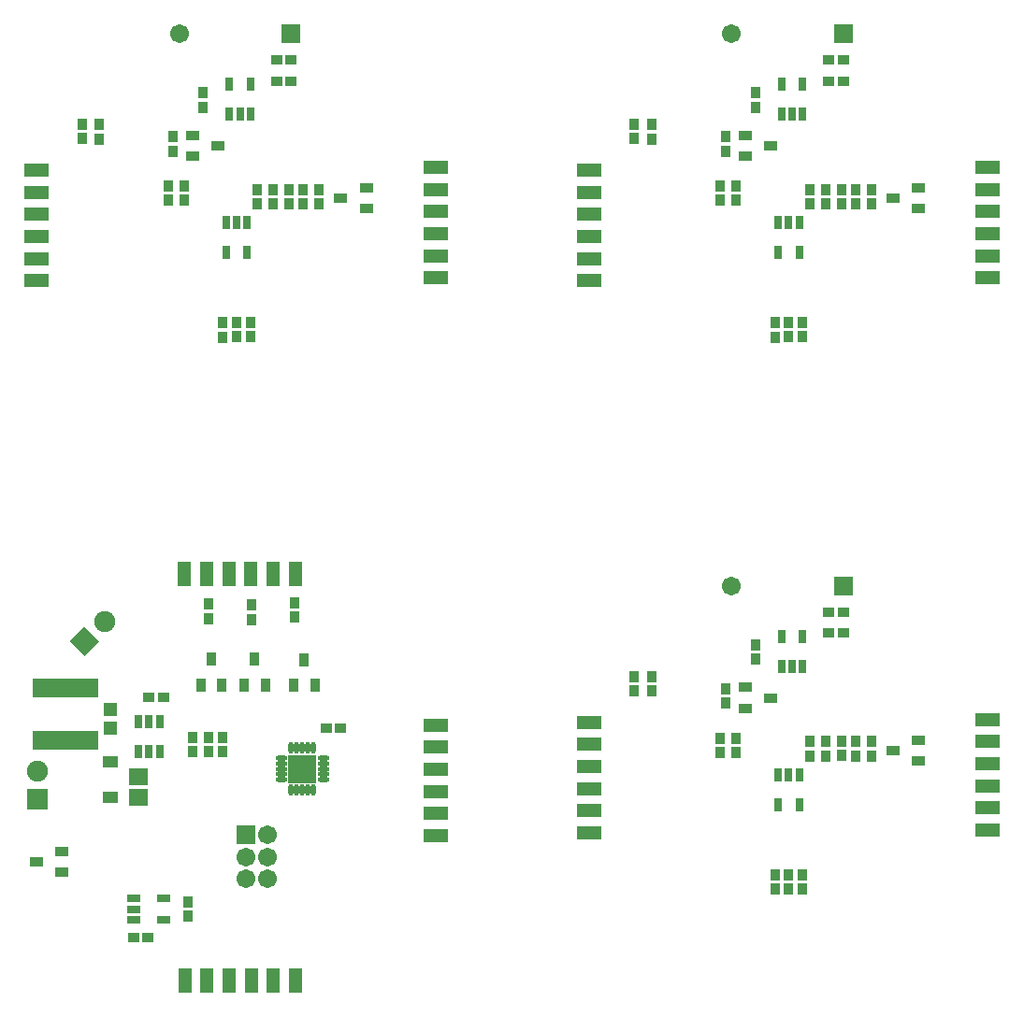
<source format=gts>
G04 DipTrace 2.4.0.2*
%INTopMask.gts*%
%MOMM*%
%ADD54R,2.654X2.654*%
%ADD56O,1.054X0.504*%
%ADD58O,0.504X1.054*%
%ADD60R,1.304X0.804*%
%ADD62R,0.804X1.304*%
%ADD64R,1.254X0.854*%
%ADD66R,0.854X1.254*%
%ADD68R,5.904X1.804*%
%ADD70R,2.204X1.204*%
%ADD72R,1.904X1.904*%
%ADD74R,1.204X2.204*%
%ADD76C,1.904*%
%ADD78C,1.704*%
%ADD80R,1.704X1.704*%
%ADD82R,1.423X1.118*%
%ADD84R,1.104X0.904*%
%ADD86R,1.704X1.504*%
%ADD88R,1.204X1.304*%
%ADD90R,0.904X1.104*%
%FSLAX53Y53*%
G04*
G71*
G90*
G75*
G01*
%LNTopMask*%
%LPD*%
D90*
X23771Y28531D3*
Y27231D3*
D88*
X13610Y31071D3*
Y29371D3*
D86*
X16150Y23100D3*
Y25000D3*
D84*
X17103Y32182D3*
X18403D3*
D90*
X20631Y13607D3*
Y12307D3*
D84*
X15709Y10431D3*
X17009D3*
D90*
X62613Y34035D3*
Y32735D3*
D84*
X79933Y37989D3*
X78633D3*
D90*
X76917Y28146D3*
Y26846D3*
X70249Y28463D3*
Y27163D3*
D82*
X13600Y23062D3*
Y26338D3*
D90*
X82474Y28146D3*
Y26846D3*
X69296Y31639D3*
Y32939D3*
D80*
X79933Y42276D3*
D78*
X69833D3*
G36*
X9916Y37254D2*
X11263Y38600D1*
X12609Y37254D1*
X11263Y35907D1*
X9916Y37254D1*
G37*
D76*
X13059Y39050D3*
D80*
X25850Y19700D3*
D78*
Y17700D3*
Y15700D3*
X27850D3*
Y17700D3*
Y19700D3*
D74*
X20350Y6500D3*
X22350D3*
X24350D3*
X26350D3*
X28350D3*
X30350D3*
D72*
X6976Y22966D3*
D76*
Y25506D3*
D74*
X30316Y43296D3*
X28316D3*
X26316D3*
X24316D3*
X22316D3*
X20316D3*
D70*
X43017Y19640D3*
Y21640D3*
Y23640D3*
Y25640D3*
Y27640D3*
Y29640D3*
X56912Y29892D3*
Y27892D3*
Y25892D3*
Y23892D3*
Y21892D3*
Y19892D3*
X93050Y20150D3*
Y22150D3*
Y24150D3*
Y26150D3*
Y28150D3*
Y30150D3*
D68*
X9500Y33000D3*
Y28300D3*
D66*
X25711Y33294D3*
X27611D3*
X26661Y35594D3*
X30198Y33258D3*
X32098D3*
X31148Y35558D3*
X21800Y33300D3*
X23700D3*
X22750Y35600D3*
D64*
X9200Y16306D3*
Y18206D3*
X6900Y17256D3*
X71042Y33067D3*
Y31167D3*
X73342Y32117D3*
X86760Y26399D3*
Y28299D3*
X84460Y27349D3*
D90*
X22501Y27231D3*
Y28531D3*
X21072D3*
Y27231D3*
X26350Y39200D3*
Y40500D3*
X22450Y39300D3*
Y40600D3*
X30250Y39400D3*
Y40700D3*
D84*
X33137Y29337D3*
X34437D3*
D90*
X61040Y32750D3*
Y34050D3*
X71995Y35608D3*
Y36908D3*
X81045Y28146D3*
Y26846D3*
D84*
X79950Y39900D3*
X78650D3*
D90*
X79775Y26876D3*
Y28176D3*
X78346Y28146D3*
Y26846D3*
X68820Y28463D3*
Y27163D3*
X73756Y14794D3*
Y16094D3*
X75012Y14809D3*
Y16109D3*
X76282Y14809D3*
Y16109D3*
D62*
X16150Y27261D3*
X17100D3*
X18050D3*
Y29961D3*
X17100D3*
X16150D3*
D60*
X15709Y13924D3*
Y12974D3*
Y12024D3*
X18409D3*
Y13924D3*
D58*
X29961Y23781D3*
X30461D3*
X30961D3*
X31461D3*
X31961D3*
D56*
X32861Y24681D3*
Y25181D3*
Y25681D3*
Y26181D3*
Y26681D3*
D58*
X31961Y27581D3*
X31461D3*
X30961D3*
X30461D3*
X29961D3*
D56*
X29061Y26681D3*
Y26181D3*
Y25681D3*
Y25181D3*
Y24681D3*
D54*
X30961Y25681D3*
D62*
X75964Y25129D3*
X75014D3*
X74064D3*
Y22429D3*
X75964D3*
X74377Y34973D3*
X75326D3*
X76276D3*
Y37673D3*
X74377D3*
D90*
X62613Y84035D3*
Y82735D3*
D84*
X79933Y87989D3*
X78633D3*
D90*
X76917Y78146D3*
Y76846D3*
X70249Y78463D3*
Y77163D3*
X82474Y78146D3*
Y76846D3*
X69296Y81639D3*
Y82939D3*
D80*
X79933Y92276D3*
D78*
X69833D3*
D70*
X56912Y79892D3*
Y77892D3*
Y75892D3*
Y73892D3*
Y71892D3*
Y69892D3*
X93050Y70150D3*
Y72150D3*
Y74150D3*
Y76150D3*
Y78150D3*
Y80150D3*
D64*
X71042Y83067D3*
Y81167D3*
X73342Y82117D3*
X86760Y76399D3*
Y78299D3*
X84460Y77349D3*
D90*
X61040Y82750D3*
Y84050D3*
X71995Y85608D3*
Y86908D3*
X81045Y78146D3*
Y76846D3*
D84*
X79950Y89900D3*
X78650D3*
D90*
X79775Y76876D3*
Y78176D3*
X78346Y78146D3*
Y76846D3*
X68820Y78463D3*
Y77163D3*
X73756Y64794D3*
Y66094D3*
X75012Y64809D3*
Y66109D3*
X76282Y64809D3*
Y66109D3*
D62*
X75964Y75129D3*
X75014D3*
X74064D3*
Y72429D3*
X75964D3*
X74376Y84973D3*
X75326D3*
X76276D3*
Y87673D3*
X74376D3*
D90*
X12613Y84035D3*
Y82735D3*
D84*
X29933Y87989D3*
X28633D3*
D90*
X26917Y78146D3*
Y76846D3*
X20249Y78463D3*
Y77163D3*
X32474Y78146D3*
Y76846D3*
X19296Y81639D3*
Y82939D3*
D80*
X29933Y92276D3*
D78*
X19833D3*
D70*
X6912Y79892D3*
Y77892D3*
Y75892D3*
Y73892D3*
Y71892D3*
Y69892D3*
X43050Y70150D3*
Y72150D3*
Y74150D3*
Y76150D3*
Y78150D3*
Y80150D3*
D64*
X21042Y83067D3*
Y81167D3*
X23342Y82117D3*
X36760Y76399D3*
Y78299D3*
X34460Y77349D3*
D90*
X11040Y82750D3*
Y84050D3*
X21995Y85608D3*
Y86908D3*
X31045Y78146D3*
Y76846D3*
D84*
X29950Y89900D3*
X28650D3*
D90*
X29775Y76876D3*
Y78176D3*
X28346Y78146D3*
Y76846D3*
X18820Y78463D3*
Y77163D3*
X23756Y64794D3*
Y66094D3*
X25012Y64809D3*
Y66109D3*
X26282Y64809D3*
Y66109D3*
D62*
X25964Y75129D3*
X25014D3*
X24064D3*
Y72429D3*
X25964D3*
X24376Y84973D3*
X25326D3*
X26276D3*
Y87673D3*
X24376D3*
M02*

</source>
